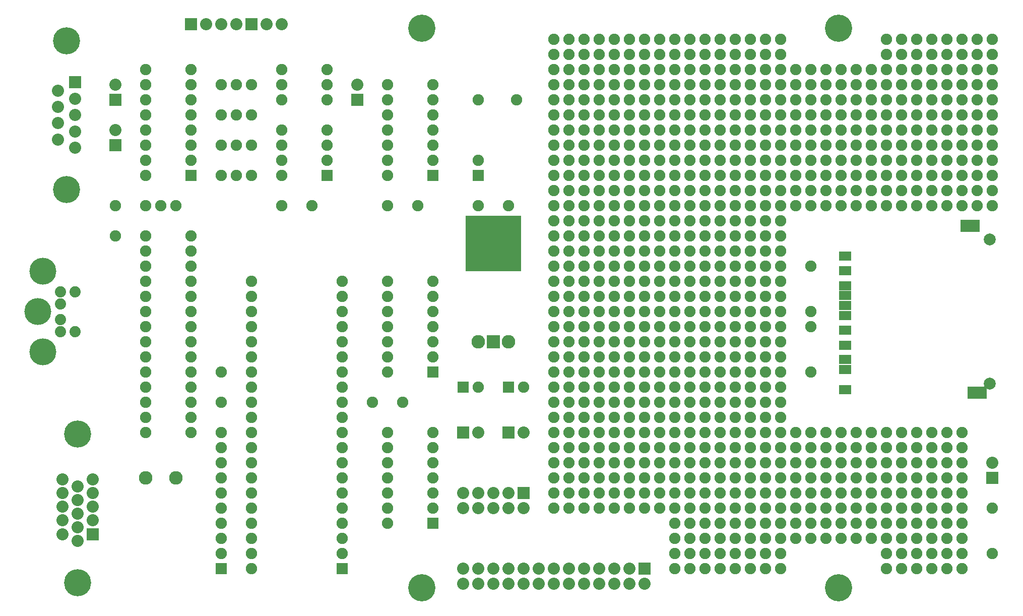
<source format=gts>
G04 (created by PCBNEW-RS274X (2012-01-19 BZR 3256)-stable) date 6/23/2012 12:28:53 AM*
G01*
G70*
G90*
%MOIN*%
G04 Gerber Fmt 3.4, Leading zero omitted, Abs format*
%FSLAX34Y34*%
G04 APERTURE LIST*
%ADD10C,0.006000*%
%ADD11R,0.080000X0.080000*%
%ADD12C,0.080000*%
%ADD13C,0.075000*%
%ADD14R,0.075000X0.075000*%
%ADD15C,0.074000*%
%ADD16C,0.177500*%
%ADD17C,0.180000*%
%ADD18C,0.179400*%
%ADD19R,0.079100X0.059400*%
%ADD20C,0.079100*%
%ADD21R,0.130200X0.079100*%
%ADD22R,0.370000X0.370000*%
%ADD23C,0.090000*%
%ADD24R,0.090000X0.090000*%
G04 APERTURE END LIST*
G54D10*
G54D11*
X62000Y-57000D03*
G54D12*
X62000Y-58000D03*
X61000Y-57000D03*
X61000Y-58000D03*
X60000Y-57000D03*
X60000Y-58000D03*
X59000Y-57000D03*
X59000Y-58000D03*
X58000Y-57000D03*
X58000Y-58000D03*
X57000Y-57000D03*
X57000Y-58000D03*
X56000Y-57000D03*
X56000Y-58000D03*
X55000Y-57000D03*
X55000Y-58000D03*
X54000Y-57000D03*
X54000Y-58000D03*
X53000Y-57000D03*
X53000Y-58000D03*
X52000Y-57000D03*
X52000Y-58000D03*
X51000Y-57000D03*
X51000Y-58000D03*
X50000Y-57000D03*
X50000Y-58000D03*
G54D13*
X50970Y-26000D03*
X53530Y-26000D03*
G54D14*
X34000Y-57000D03*
G54D13*
X34000Y-56000D03*
X34000Y-55000D03*
X34000Y-54000D03*
X34000Y-53000D03*
X34000Y-52000D03*
X34000Y-51000D03*
X34000Y-50000D03*
X34000Y-49000D03*
X34000Y-48000D03*
X73000Y-41000D03*
X73000Y-44000D03*
X32000Y-37000D03*
X29000Y-37000D03*
X32000Y-36000D03*
X29000Y-36000D03*
X32000Y-46000D03*
X29000Y-46000D03*
X32000Y-43000D03*
X29000Y-43000D03*
X32000Y-40000D03*
X29000Y-40000D03*
X38000Y-24000D03*
X41000Y-24000D03*
X38000Y-25000D03*
X41000Y-25000D03*
X32000Y-39000D03*
X29000Y-39000D03*
X32000Y-38000D03*
X29000Y-38000D03*
X38000Y-26000D03*
X41000Y-26000D03*
X32000Y-47000D03*
X29000Y-47000D03*
X32000Y-44000D03*
X29000Y-44000D03*
X32000Y-41000D03*
X29000Y-41000D03*
X85000Y-56000D03*
X85000Y-53000D03*
X29000Y-35000D03*
X32000Y-35000D03*
G54D11*
X54000Y-52000D03*
G54D12*
X54000Y-53000D03*
X53000Y-52000D03*
X53000Y-53000D03*
X52000Y-52000D03*
X52000Y-53000D03*
X51000Y-52000D03*
X51000Y-53000D03*
X50000Y-52000D03*
X50000Y-53000D03*
G54D11*
X32000Y-21000D03*
G54D12*
X33000Y-21000D03*
X34000Y-21000D03*
X35000Y-21000D03*
G54D11*
X36000Y-21000D03*
G54D12*
X37000Y-21000D03*
X38000Y-21000D03*
G54D11*
X43000Y-26000D03*
G54D12*
X43000Y-25000D03*
G54D11*
X53000Y-48000D03*
G54D12*
X54000Y-48000D03*
G54D11*
X50000Y-48000D03*
G54D12*
X51000Y-48000D03*
G54D15*
X23350Y-39488D03*
X23350Y-40512D03*
X24331Y-41319D03*
X24331Y-38681D03*
X23350Y-38681D03*
X23350Y-41319D03*
G54D16*
X21850Y-40000D03*
X22169Y-42661D03*
X22169Y-37339D03*
G54D17*
X47244Y-21246D03*
X47244Y-58254D03*
X74803Y-21246D03*
X74803Y-58254D03*
G54D14*
X41000Y-31000D03*
G54D13*
X41000Y-30000D03*
X41000Y-29000D03*
X41000Y-28000D03*
X38000Y-28000D03*
X38000Y-29000D03*
X38000Y-30000D03*
X38000Y-31000D03*
G54D14*
X42000Y-57000D03*
G54D13*
X42000Y-56000D03*
X42000Y-55000D03*
X42000Y-54000D03*
X42000Y-53000D03*
X42000Y-52000D03*
X42000Y-51000D03*
X42000Y-50000D03*
X42000Y-49000D03*
X42000Y-48000D03*
X42000Y-47000D03*
X42000Y-46000D03*
X42000Y-45000D03*
X42000Y-44000D03*
X42000Y-43000D03*
X42000Y-42000D03*
X42000Y-41000D03*
X42000Y-40000D03*
X42000Y-39000D03*
X42000Y-38000D03*
X36000Y-38000D03*
X36000Y-39000D03*
X36000Y-40000D03*
X36000Y-41000D03*
X36000Y-42000D03*
X36000Y-43000D03*
X36000Y-44000D03*
X36000Y-45000D03*
X36000Y-46000D03*
X36000Y-47000D03*
X36000Y-48000D03*
X36000Y-49000D03*
X36000Y-50000D03*
X36000Y-51000D03*
X36000Y-52000D03*
X36000Y-53000D03*
X36000Y-54000D03*
X36000Y-55000D03*
X36000Y-56000D03*
X36000Y-57000D03*
G54D14*
X32000Y-31000D03*
G54D13*
X32000Y-30000D03*
X32000Y-29000D03*
X32000Y-28000D03*
X32000Y-27000D03*
X32000Y-26000D03*
X32000Y-25000D03*
X32000Y-24000D03*
X29000Y-24000D03*
X29000Y-25000D03*
X29000Y-26000D03*
X29000Y-27000D03*
X29000Y-28000D03*
X29000Y-29000D03*
X29000Y-30000D03*
X29000Y-31000D03*
G54D14*
X48000Y-54000D03*
G54D13*
X48000Y-53000D03*
X48000Y-52000D03*
X48000Y-51000D03*
X48000Y-50000D03*
X48000Y-49000D03*
X48000Y-48000D03*
X45000Y-48000D03*
X45000Y-49000D03*
X45000Y-50000D03*
X45000Y-51000D03*
X45000Y-52000D03*
X45000Y-53000D03*
X45000Y-54000D03*
G54D14*
X48000Y-44000D03*
G54D13*
X48000Y-43000D03*
X48000Y-42000D03*
X48000Y-41000D03*
X48000Y-40000D03*
X48000Y-39000D03*
X48000Y-38000D03*
X45000Y-38000D03*
X45000Y-39000D03*
X45000Y-40000D03*
X45000Y-41000D03*
X45000Y-42000D03*
X45000Y-43000D03*
X45000Y-44000D03*
G54D14*
X48000Y-31000D03*
G54D13*
X48000Y-30000D03*
X48000Y-29000D03*
X48000Y-28000D03*
X48000Y-27000D03*
X48000Y-26000D03*
X48000Y-25000D03*
X45000Y-25000D03*
X45000Y-26000D03*
X45000Y-27000D03*
X45000Y-28000D03*
X45000Y-29000D03*
X45000Y-30000D03*
X45000Y-31000D03*
G54D18*
X23750Y-22081D03*
X23750Y-31919D03*
G54D11*
X24310Y-24840D03*
G54D12*
X24310Y-25920D03*
X24310Y-27000D03*
X24310Y-28080D03*
X24310Y-29160D03*
X23190Y-28620D03*
X23190Y-27540D03*
X23190Y-26450D03*
X23190Y-25380D03*
G54D13*
X45000Y-33000D03*
X47000Y-33000D03*
X51000Y-33000D03*
X53000Y-33000D03*
X38000Y-33000D03*
X40000Y-33000D03*
X34000Y-46000D03*
X34000Y-44000D03*
X44000Y-46000D03*
X46000Y-46000D03*
G54D14*
X51000Y-31000D03*
G54D13*
X51000Y-30000D03*
G54D14*
X53000Y-45000D03*
G54D13*
X54000Y-45000D03*
G54D14*
X50000Y-45000D03*
G54D13*
X51000Y-45000D03*
G54D19*
X75250Y-36309D03*
X75250Y-37293D03*
X75250Y-38278D03*
X75250Y-39577D03*
X75250Y-40246D03*
X75250Y-41230D03*
X75250Y-42215D03*
X75250Y-43169D03*
X75250Y-43839D03*
X75250Y-38927D03*
X75250Y-45157D03*
G54D20*
X84817Y-35236D03*
X84817Y-44764D03*
G54D21*
X83990Y-45354D03*
X83518Y-34331D03*
G54D18*
X24500Y-48081D03*
X24500Y-57919D03*
G54D11*
X25500Y-54709D03*
G54D12*
X25500Y-53807D03*
X25500Y-52902D03*
X25500Y-52000D03*
X25500Y-51098D03*
X24500Y-52451D03*
X24500Y-53352D03*
X24500Y-54254D03*
X24500Y-55156D03*
X24500Y-51549D03*
X23500Y-54709D03*
X23500Y-53807D03*
X23500Y-52902D03*
X23500Y-52000D03*
X23500Y-51098D03*
G54D13*
X73000Y-40000D03*
X73000Y-37000D03*
G54D22*
X52000Y-35500D03*
G54D23*
X51000Y-42000D03*
G54D24*
X52000Y-42000D03*
G54D23*
X53000Y-42000D03*
X29000Y-51000D03*
X31000Y-51000D03*
G54D13*
X27000Y-33000D03*
X27000Y-35000D03*
X84000Y-25000D03*
X84000Y-24000D03*
X84000Y-23000D03*
X84000Y-22000D03*
X85000Y-25000D03*
X85000Y-24000D03*
X85000Y-23000D03*
X85000Y-22000D03*
X84000Y-29000D03*
X84000Y-28000D03*
X84000Y-27000D03*
X84000Y-26000D03*
X85000Y-29000D03*
X85000Y-28000D03*
X85000Y-27000D03*
X85000Y-26000D03*
X76000Y-32000D03*
X77000Y-32000D03*
X78000Y-32000D03*
X79000Y-32000D03*
X76000Y-33000D03*
X77000Y-33000D03*
X78000Y-33000D03*
X79000Y-33000D03*
X72000Y-24000D03*
X73000Y-24000D03*
X74000Y-24000D03*
X75000Y-24000D03*
X72000Y-25000D03*
X73000Y-25000D03*
X74000Y-25000D03*
X75000Y-25000D03*
X84000Y-33000D03*
X84000Y-32000D03*
X84000Y-31000D03*
X84000Y-30000D03*
X85000Y-33000D03*
X85000Y-32000D03*
X85000Y-31000D03*
X85000Y-30000D03*
X68000Y-50000D03*
X69000Y-50000D03*
X70000Y-50000D03*
X71000Y-50000D03*
X68000Y-51000D03*
X69000Y-51000D03*
X70000Y-51000D03*
X71000Y-51000D03*
X68000Y-52000D03*
X69000Y-52000D03*
X70000Y-52000D03*
X71000Y-52000D03*
X68000Y-53000D03*
X69000Y-53000D03*
X70000Y-53000D03*
X71000Y-53000D03*
X64000Y-46000D03*
X65000Y-46000D03*
X66000Y-46000D03*
X67000Y-46000D03*
X64000Y-47000D03*
X65000Y-47000D03*
X66000Y-47000D03*
X67000Y-47000D03*
X64000Y-48000D03*
X65000Y-48000D03*
X66000Y-48000D03*
X67000Y-48000D03*
X64000Y-49000D03*
X65000Y-49000D03*
X66000Y-49000D03*
X67000Y-49000D03*
X64000Y-50000D03*
X65000Y-50000D03*
X66000Y-50000D03*
X67000Y-50000D03*
X64000Y-51000D03*
X65000Y-51000D03*
X66000Y-51000D03*
X67000Y-51000D03*
X64000Y-52000D03*
X65000Y-52000D03*
X66000Y-52000D03*
X67000Y-52000D03*
X64000Y-53000D03*
X65000Y-53000D03*
X66000Y-53000D03*
X67000Y-53000D03*
X64000Y-54000D03*
X65000Y-54000D03*
X66000Y-54000D03*
X67000Y-54000D03*
X64000Y-55000D03*
X65000Y-55000D03*
X66000Y-55000D03*
X67000Y-55000D03*
X64000Y-56000D03*
X65000Y-56000D03*
X66000Y-56000D03*
X67000Y-56000D03*
X64000Y-57000D03*
X65000Y-57000D03*
X66000Y-57000D03*
X67000Y-57000D03*
X68000Y-22000D03*
X69000Y-22000D03*
X70000Y-22000D03*
X71000Y-22000D03*
X68000Y-23000D03*
X69000Y-23000D03*
X70000Y-23000D03*
X71000Y-23000D03*
X68000Y-24000D03*
X69000Y-24000D03*
X70000Y-24000D03*
X71000Y-24000D03*
X68000Y-25000D03*
X69000Y-25000D03*
X70000Y-25000D03*
X71000Y-25000D03*
X68000Y-26000D03*
X69000Y-26000D03*
X70000Y-26000D03*
X71000Y-26000D03*
X68000Y-27000D03*
X69000Y-27000D03*
X70000Y-27000D03*
X71000Y-27000D03*
X68000Y-28000D03*
X69000Y-28000D03*
X70000Y-28000D03*
X71000Y-28000D03*
X68000Y-29000D03*
X69000Y-29000D03*
X70000Y-29000D03*
X71000Y-29000D03*
X68000Y-30000D03*
X69000Y-30000D03*
X70000Y-30000D03*
X71000Y-30000D03*
X68000Y-31000D03*
X69000Y-31000D03*
X70000Y-31000D03*
X71000Y-31000D03*
X68000Y-32000D03*
X69000Y-32000D03*
X70000Y-32000D03*
X71000Y-32000D03*
X68000Y-33000D03*
X69000Y-33000D03*
X70000Y-33000D03*
X71000Y-33000D03*
X68000Y-34000D03*
X69000Y-34000D03*
X70000Y-34000D03*
X71000Y-34000D03*
X68000Y-35000D03*
X69000Y-35000D03*
X70000Y-35000D03*
X71000Y-35000D03*
X68000Y-36000D03*
X69000Y-36000D03*
X70000Y-36000D03*
X71000Y-36000D03*
X68000Y-37000D03*
X69000Y-37000D03*
X70000Y-37000D03*
X71000Y-37000D03*
X68000Y-38000D03*
X69000Y-38000D03*
X70000Y-38000D03*
X71000Y-38000D03*
X68000Y-39000D03*
X69000Y-39000D03*
X70000Y-39000D03*
X71000Y-39000D03*
X68000Y-40000D03*
X69000Y-40000D03*
X70000Y-40000D03*
X71000Y-40000D03*
X68000Y-41000D03*
X69000Y-41000D03*
X70000Y-41000D03*
X71000Y-41000D03*
X68000Y-42000D03*
X69000Y-42000D03*
X70000Y-42000D03*
X71000Y-42000D03*
X68000Y-43000D03*
X69000Y-43000D03*
X70000Y-43000D03*
X71000Y-43000D03*
X68000Y-44000D03*
X69000Y-44000D03*
X70000Y-44000D03*
X71000Y-44000D03*
X68000Y-45000D03*
X69000Y-45000D03*
X70000Y-45000D03*
X71000Y-45000D03*
X68000Y-46000D03*
X69000Y-46000D03*
X70000Y-46000D03*
X71000Y-46000D03*
X68000Y-47000D03*
X69000Y-47000D03*
X70000Y-47000D03*
X71000Y-47000D03*
X68000Y-48000D03*
X69000Y-48000D03*
X70000Y-48000D03*
X71000Y-48000D03*
X68000Y-49000D03*
X69000Y-49000D03*
X70000Y-49000D03*
X71000Y-49000D03*
X64000Y-38000D03*
X65000Y-38000D03*
X66000Y-38000D03*
X67000Y-38000D03*
X64000Y-39000D03*
X65000Y-39000D03*
X66000Y-39000D03*
X67000Y-39000D03*
X64000Y-40000D03*
X65000Y-40000D03*
X66000Y-40000D03*
X67000Y-40000D03*
X64000Y-41000D03*
X65000Y-41000D03*
X66000Y-41000D03*
X67000Y-41000D03*
X68000Y-54000D03*
X69000Y-54000D03*
X70000Y-54000D03*
X71000Y-54000D03*
X68000Y-55000D03*
X69000Y-55000D03*
X70000Y-55000D03*
X71000Y-55000D03*
X68000Y-56000D03*
X69000Y-56000D03*
X70000Y-56000D03*
X71000Y-56000D03*
X68000Y-57000D03*
X69000Y-57000D03*
X70000Y-57000D03*
X71000Y-57000D03*
X72000Y-26000D03*
X73000Y-26000D03*
X74000Y-26000D03*
X75000Y-26000D03*
X72000Y-27000D03*
X73000Y-27000D03*
X74000Y-27000D03*
X75000Y-27000D03*
X72000Y-28000D03*
X73000Y-28000D03*
X74000Y-28000D03*
X75000Y-28000D03*
X72000Y-29000D03*
X73000Y-29000D03*
X74000Y-29000D03*
X75000Y-29000D03*
X72000Y-30000D03*
X73000Y-30000D03*
X74000Y-30000D03*
X75000Y-30000D03*
X72000Y-31000D03*
X73000Y-31000D03*
X74000Y-31000D03*
X75000Y-31000D03*
X72000Y-32000D03*
X73000Y-32000D03*
X74000Y-32000D03*
X75000Y-32000D03*
X72000Y-33000D03*
X73000Y-33000D03*
X74000Y-33000D03*
X75000Y-33000D03*
X80000Y-22000D03*
X81000Y-22000D03*
X82000Y-22000D03*
X83000Y-22000D03*
X80000Y-23000D03*
X81000Y-23000D03*
X82000Y-23000D03*
X83000Y-23000D03*
X80000Y-24000D03*
X81000Y-24000D03*
X82000Y-24000D03*
X83000Y-24000D03*
X80000Y-25000D03*
X81000Y-25000D03*
X82000Y-25000D03*
X83000Y-25000D03*
X80000Y-26000D03*
X81000Y-26000D03*
X82000Y-26000D03*
X83000Y-26000D03*
X80000Y-27000D03*
X81000Y-27000D03*
X82000Y-27000D03*
X83000Y-27000D03*
X80000Y-28000D03*
X81000Y-28000D03*
X82000Y-28000D03*
X83000Y-28000D03*
X80000Y-29000D03*
X81000Y-29000D03*
X82000Y-29000D03*
X83000Y-29000D03*
X80000Y-30000D03*
X81000Y-30000D03*
X82000Y-30000D03*
X83000Y-30000D03*
X80000Y-31000D03*
X81000Y-31000D03*
X82000Y-31000D03*
X83000Y-31000D03*
X80000Y-32000D03*
X81000Y-32000D03*
X82000Y-32000D03*
X83000Y-32000D03*
X80000Y-33000D03*
X81000Y-33000D03*
X82000Y-33000D03*
X83000Y-33000D03*
X72000Y-48000D03*
X73000Y-48000D03*
X74000Y-48000D03*
X75000Y-48000D03*
X72000Y-49000D03*
X73000Y-49000D03*
X74000Y-49000D03*
X75000Y-49000D03*
X72000Y-50000D03*
X73000Y-50000D03*
X74000Y-50000D03*
X75000Y-50000D03*
X72000Y-51000D03*
X73000Y-51000D03*
X74000Y-51000D03*
X75000Y-51000D03*
X72000Y-52000D03*
X73000Y-52000D03*
X74000Y-52000D03*
X75000Y-52000D03*
X72000Y-53000D03*
X73000Y-53000D03*
X74000Y-53000D03*
X75000Y-53000D03*
X72000Y-54000D03*
X73000Y-54000D03*
X74000Y-54000D03*
X75000Y-54000D03*
X72000Y-55000D03*
X73000Y-55000D03*
X74000Y-55000D03*
X75000Y-55000D03*
X76000Y-48000D03*
X77000Y-48000D03*
X78000Y-48000D03*
X79000Y-48000D03*
X76000Y-49000D03*
X77000Y-49000D03*
X78000Y-49000D03*
X79000Y-49000D03*
X76000Y-50000D03*
X77000Y-50000D03*
X78000Y-50000D03*
X79000Y-50000D03*
X76000Y-51000D03*
X77000Y-51000D03*
X78000Y-51000D03*
X79000Y-51000D03*
X60000Y-34000D03*
X61000Y-34000D03*
X62000Y-34000D03*
X63000Y-34000D03*
X60000Y-35000D03*
X61000Y-35000D03*
X62000Y-35000D03*
X63000Y-35000D03*
X60000Y-36000D03*
X61000Y-36000D03*
X62000Y-36000D03*
X63000Y-36000D03*
X60000Y-37000D03*
X61000Y-37000D03*
X62000Y-37000D03*
X63000Y-37000D03*
X56000Y-26000D03*
X57000Y-26000D03*
X58000Y-26000D03*
X59000Y-26000D03*
X56000Y-27000D03*
X57000Y-27000D03*
X58000Y-27000D03*
X59000Y-27000D03*
X56000Y-28000D03*
X57000Y-28000D03*
X58000Y-28000D03*
X59000Y-28000D03*
X56000Y-29000D03*
X57000Y-29000D03*
X58000Y-29000D03*
X59000Y-29000D03*
X56000Y-30000D03*
X57000Y-30000D03*
X58000Y-30000D03*
X59000Y-30000D03*
X56000Y-31000D03*
X57000Y-31000D03*
X58000Y-31000D03*
X59000Y-31000D03*
X56000Y-32000D03*
X57000Y-32000D03*
X58000Y-32000D03*
X59000Y-32000D03*
X56000Y-33000D03*
X57000Y-33000D03*
X58000Y-33000D03*
X59000Y-33000D03*
X56000Y-34000D03*
X57000Y-34000D03*
X58000Y-34000D03*
X59000Y-34000D03*
X56000Y-35000D03*
X57000Y-35000D03*
X58000Y-35000D03*
X59000Y-35000D03*
X56000Y-36000D03*
X57000Y-36000D03*
X58000Y-36000D03*
X59000Y-36000D03*
X56000Y-37000D03*
X57000Y-37000D03*
X58000Y-37000D03*
X59000Y-37000D03*
X56000Y-38000D03*
X57000Y-38000D03*
X58000Y-38000D03*
X59000Y-38000D03*
X56000Y-39000D03*
X57000Y-39000D03*
X58000Y-39000D03*
X59000Y-39000D03*
X56000Y-40000D03*
X57000Y-40000D03*
X58000Y-40000D03*
X59000Y-40000D03*
X56000Y-41000D03*
X57000Y-41000D03*
X58000Y-41000D03*
X59000Y-41000D03*
X56000Y-42000D03*
X57000Y-42000D03*
X58000Y-42000D03*
X59000Y-42000D03*
X56000Y-43000D03*
X57000Y-43000D03*
X58000Y-43000D03*
X59000Y-43000D03*
X56000Y-44000D03*
X57000Y-44000D03*
X58000Y-44000D03*
X59000Y-44000D03*
X56000Y-45000D03*
X57000Y-45000D03*
X58000Y-45000D03*
X59000Y-45000D03*
X56000Y-46000D03*
X57000Y-46000D03*
X58000Y-46000D03*
X59000Y-46000D03*
X56000Y-47000D03*
X57000Y-47000D03*
X58000Y-47000D03*
X59000Y-47000D03*
X56000Y-48000D03*
X57000Y-48000D03*
X58000Y-48000D03*
X59000Y-48000D03*
X56000Y-49000D03*
X57000Y-49000D03*
X58000Y-49000D03*
X59000Y-49000D03*
X56000Y-50000D03*
X57000Y-50000D03*
X58000Y-50000D03*
X59000Y-50000D03*
X56000Y-51000D03*
X57000Y-51000D03*
X58000Y-51000D03*
X59000Y-51000D03*
X56000Y-52000D03*
X57000Y-52000D03*
X58000Y-52000D03*
X59000Y-52000D03*
X56000Y-53000D03*
X57000Y-53000D03*
X58000Y-53000D03*
X59000Y-53000D03*
X76000Y-24000D03*
X77000Y-24000D03*
X78000Y-24000D03*
X79000Y-24000D03*
X76000Y-25000D03*
X77000Y-25000D03*
X78000Y-25000D03*
X79000Y-25000D03*
X76000Y-26000D03*
X77000Y-26000D03*
X78000Y-26000D03*
X79000Y-26000D03*
X76000Y-27000D03*
X77000Y-27000D03*
X78000Y-27000D03*
X79000Y-27000D03*
X60000Y-22000D03*
X61000Y-22000D03*
X62000Y-22000D03*
X63000Y-22000D03*
X60000Y-23000D03*
X61000Y-23000D03*
X62000Y-23000D03*
X63000Y-23000D03*
X60000Y-24000D03*
X61000Y-24000D03*
X62000Y-24000D03*
X63000Y-24000D03*
X60000Y-25000D03*
X61000Y-25000D03*
X62000Y-25000D03*
X63000Y-25000D03*
X60000Y-26000D03*
X61000Y-26000D03*
X62000Y-26000D03*
X63000Y-26000D03*
X60000Y-27000D03*
X61000Y-27000D03*
X62000Y-27000D03*
X63000Y-27000D03*
X60000Y-28000D03*
X61000Y-28000D03*
X62000Y-28000D03*
X63000Y-28000D03*
X60000Y-29000D03*
X61000Y-29000D03*
X62000Y-29000D03*
X63000Y-29000D03*
X60000Y-30000D03*
X61000Y-30000D03*
X62000Y-30000D03*
X63000Y-30000D03*
X60000Y-31000D03*
X61000Y-31000D03*
X62000Y-31000D03*
X63000Y-31000D03*
X60000Y-32000D03*
X61000Y-32000D03*
X62000Y-32000D03*
X63000Y-32000D03*
X60000Y-33000D03*
X61000Y-33000D03*
X62000Y-33000D03*
X63000Y-33000D03*
X64000Y-42000D03*
X65000Y-42000D03*
X66000Y-42000D03*
X67000Y-42000D03*
X64000Y-43000D03*
X65000Y-43000D03*
X66000Y-43000D03*
X67000Y-43000D03*
X64000Y-44000D03*
X65000Y-44000D03*
X66000Y-44000D03*
X67000Y-44000D03*
X64000Y-45000D03*
X65000Y-45000D03*
X66000Y-45000D03*
X67000Y-45000D03*
X60000Y-38000D03*
X61000Y-38000D03*
X62000Y-38000D03*
X63000Y-38000D03*
X60000Y-39000D03*
X61000Y-39000D03*
X62000Y-39000D03*
X63000Y-39000D03*
X60000Y-40000D03*
X61000Y-40000D03*
X62000Y-40000D03*
X63000Y-40000D03*
X60000Y-41000D03*
X61000Y-41000D03*
X62000Y-41000D03*
X63000Y-41000D03*
X60000Y-42000D03*
X61000Y-42000D03*
X62000Y-42000D03*
X63000Y-42000D03*
X60000Y-43000D03*
X61000Y-43000D03*
X62000Y-43000D03*
X63000Y-43000D03*
X60000Y-44000D03*
X61000Y-44000D03*
X62000Y-44000D03*
X63000Y-44000D03*
X60000Y-45000D03*
X61000Y-45000D03*
X62000Y-45000D03*
X63000Y-45000D03*
X60000Y-46000D03*
X61000Y-46000D03*
X62000Y-46000D03*
X63000Y-46000D03*
X60000Y-47000D03*
X61000Y-47000D03*
X62000Y-47000D03*
X63000Y-47000D03*
X60000Y-48000D03*
X61000Y-48000D03*
X62000Y-48000D03*
X63000Y-48000D03*
X60000Y-49000D03*
X61000Y-49000D03*
X62000Y-49000D03*
X63000Y-49000D03*
X60000Y-50000D03*
X61000Y-50000D03*
X62000Y-50000D03*
X63000Y-50000D03*
X60000Y-51000D03*
X61000Y-51000D03*
X62000Y-51000D03*
X63000Y-51000D03*
X60000Y-52000D03*
X61000Y-52000D03*
X62000Y-52000D03*
X63000Y-52000D03*
X60000Y-53000D03*
X61000Y-53000D03*
X62000Y-53000D03*
X63000Y-53000D03*
X76000Y-28000D03*
X77000Y-28000D03*
X78000Y-28000D03*
X79000Y-28000D03*
X76000Y-29000D03*
X77000Y-29000D03*
X78000Y-29000D03*
X79000Y-29000D03*
X76000Y-30000D03*
X77000Y-30000D03*
X78000Y-30000D03*
X79000Y-30000D03*
X76000Y-31000D03*
X77000Y-31000D03*
X78000Y-31000D03*
X79000Y-31000D03*
X64000Y-22000D03*
X65000Y-22000D03*
X66000Y-22000D03*
X67000Y-22000D03*
X64000Y-23000D03*
X65000Y-23000D03*
X66000Y-23000D03*
X67000Y-23000D03*
X64000Y-24000D03*
X65000Y-24000D03*
X66000Y-24000D03*
X67000Y-24000D03*
X64000Y-25000D03*
X65000Y-25000D03*
X66000Y-25000D03*
X67000Y-25000D03*
X64000Y-26000D03*
X65000Y-26000D03*
X66000Y-26000D03*
X67000Y-26000D03*
X64000Y-27000D03*
X65000Y-27000D03*
X66000Y-27000D03*
X67000Y-27000D03*
X64000Y-28000D03*
X65000Y-28000D03*
X66000Y-28000D03*
X67000Y-28000D03*
X64000Y-29000D03*
X65000Y-29000D03*
X66000Y-29000D03*
X67000Y-29000D03*
X64000Y-30000D03*
X65000Y-30000D03*
X66000Y-30000D03*
X67000Y-30000D03*
X64000Y-31000D03*
X65000Y-31000D03*
X66000Y-31000D03*
X67000Y-31000D03*
X64000Y-32000D03*
X65000Y-32000D03*
X66000Y-32000D03*
X67000Y-32000D03*
X64000Y-33000D03*
X65000Y-33000D03*
X66000Y-33000D03*
X67000Y-33000D03*
X64000Y-34000D03*
X65000Y-34000D03*
X66000Y-34000D03*
X67000Y-34000D03*
X64000Y-35000D03*
X65000Y-35000D03*
X66000Y-35000D03*
X67000Y-35000D03*
X64000Y-36000D03*
X65000Y-36000D03*
X66000Y-36000D03*
X67000Y-36000D03*
X64000Y-37000D03*
X65000Y-37000D03*
X66000Y-37000D03*
X67000Y-37000D03*
X56000Y-22000D03*
X57000Y-22000D03*
X58000Y-22000D03*
X59000Y-22000D03*
X56000Y-23000D03*
X57000Y-23000D03*
X58000Y-23000D03*
X59000Y-23000D03*
X56000Y-24000D03*
X57000Y-24000D03*
X58000Y-24000D03*
X59000Y-24000D03*
X56000Y-25000D03*
X57000Y-25000D03*
X58000Y-25000D03*
X59000Y-25000D03*
X78000Y-56000D03*
X79000Y-56000D03*
X78000Y-57000D03*
X79000Y-57000D03*
X78000Y-22000D03*
X79000Y-22000D03*
X78000Y-23000D03*
X79000Y-23000D03*
X29000Y-33000D03*
X31000Y-33000D03*
X30000Y-33000D03*
X34000Y-29000D03*
X36000Y-29000D03*
X35000Y-29000D03*
X34000Y-27000D03*
X36000Y-27000D03*
X35000Y-27000D03*
X34000Y-31000D03*
X36000Y-31000D03*
X35000Y-31000D03*
X34000Y-25000D03*
X36000Y-25000D03*
X35000Y-25000D03*
X32000Y-48000D03*
X29000Y-48000D03*
X32000Y-45000D03*
X29000Y-45000D03*
X32000Y-42000D03*
X29000Y-42000D03*
X80000Y-56000D03*
X81000Y-56000D03*
X82000Y-56000D03*
X83000Y-56000D03*
X80000Y-57000D03*
X81000Y-57000D03*
X82000Y-57000D03*
X83000Y-57000D03*
X76000Y-52000D03*
X77000Y-52000D03*
X78000Y-52000D03*
X79000Y-52000D03*
X76000Y-53000D03*
X77000Y-53000D03*
X78000Y-53000D03*
X79000Y-53000D03*
X76000Y-54000D03*
X77000Y-54000D03*
X78000Y-54000D03*
X79000Y-54000D03*
X76000Y-55000D03*
X77000Y-55000D03*
X78000Y-55000D03*
X79000Y-55000D03*
X80000Y-48000D03*
X81000Y-48000D03*
X82000Y-48000D03*
X83000Y-48000D03*
X80000Y-49000D03*
X81000Y-49000D03*
X82000Y-49000D03*
X83000Y-49000D03*
X80000Y-50000D03*
X81000Y-50000D03*
X82000Y-50000D03*
X83000Y-50000D03*
X80000Y-51000D03*
X81000Y-51000D03*
X82000Y-51000D03*
X83000Y-51000D03*
X80000Y-52000D03*
X81000Y-52000D03*
X82000Y-52000D03*
X83000Y-52000D03*
X80000Y-53000D03*
X81000Y-53000D03*
X82000Y-53000D03*
X83000Y-53000D03*
X80000Y-54000D03*
X81000Y-54000D03*
X82000Y-54000D03*
X83000Y-54000D03*
X80000Y-55000D03*
X81000Y-55000D03*
X82000Y-55000D03*
X83000Y-55000D03*
G54D11*
X85000Y-51000D03*
G54D12*
X85000Y-50000D03*
G54D11*
X27000Y-26000D03*
G54D12*
X27000Y-25000D03*
G54D11*
X27000Y-29000D03*
G54D12*
X27000Y-28000D03*
M02*

</source>
